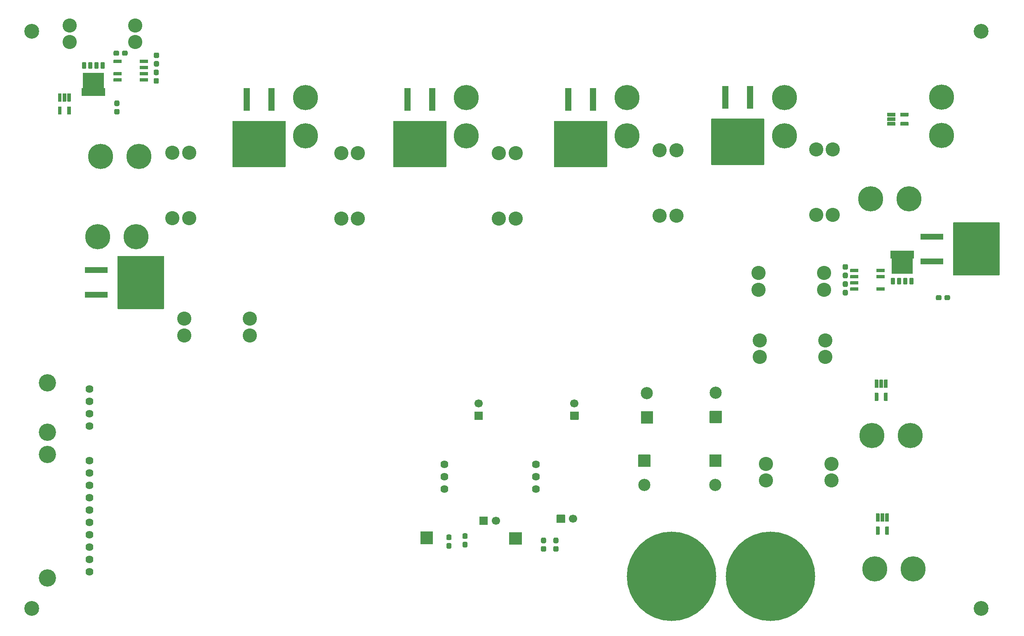
<source format=gbr>
%TF.GenerationSoftware,KiCad,Pcbnew,(5.1.8)-1*%
%TF.CreationDate,2020-11-29T21:51:29-06:00*%
%TF.ProjectId,PackVoltage_2021_Rev1,5061636b-566f-46c7-9461-67655f323032,rev?*%
%TF.SameCoordinates,Original*%
%TF.FileFunction,Soldermask,Bot*%
%TF.FilePolarity,Negative*%
%FSLAX46Y46*%
G04 Gerber Fmt 4.6, Leading zero omitted, Abs format (unit mm)*
G04 Created by KiCad (PCBNEW (5.1.8)-1) date 2020-11-29 21:51:29*
%MOMM*%
%LPD*%
G01*
G04 APERTURE LIST*
%ADD10C,2.919400*%
%ADD11C,3.046400*%
%ADD12C,1.624000*%
%ADD13C,3.550000*%
%ADD14C,1.700000*%
%ADD15C,0.100000*%
%ADD16C,2.500000*%
%ADD17C,5.180000*%
%ADD18C,18.388000*%
G04 APERTURE END LIST*
D10*
%TO.C,F10*%
X205232000Y-97790000D03*
X205232000Y-94361000D03*
X191770000Y-94361000D03*
X191770000Y-97790000D03*
%TD*%
D11*
%TO.C,REF\u002A\u002A*%
X42219880Y-149550120D03*
%TD*%
%TO.C,REF\u002A\u002A*%
X42219880Y-30789880D03*
%TD*%
%TO.C,REF\u002A\u002A*%
X237180120Y-30789880D03*
%TD*%
%TO.C,REF\u002A\u002A*%
X237180120Y-149550120D03*
%TD*%
D12*
%TO.C,U13*%
X145796000Y-124968000D03*
X145796000Y-122428000D03*
X145796000Y-119888000D03*
%TD*%
%TO.C,U12*%
X127000000Y-124968000D03*
X127000000Y-122428000D03*
X127000000Y-119888000D03*
%TD*%
D13*
%TO.C,Conn6*%
X45466000Y-113284000D03*
X45466000Y-103124000D03*
D12*
X54102000Y-112014000D03*
X54102000Y-109474000D03*
X54102000Y-106934000D03*
X54102000Y-104394000D03*
%TD*%
%TO.C,Conn5*%
X54102000Y-141986000D03*
X54102000Y-139446000D03*
X54102000Y-136906000D03*
X54102000Y-134366000D03*
X54102000Y-131826000D03*
D13*
X45466000Y-143256000D03*
X45466000Y-117856000D03*
D12*
X54102000Y-129286000D03*
X54102000Y-126746000D03*
X54102000Y-124206000D03*
X54102000Y-121666000D03*
X54102000Y-119126000D03*
%TD*%
D14*
%TO.C,C32*%
X153376000Y-131064000D03*
G36*
G01*
X150026000Y-131864000D02*
X150026000Y-130264000D01*
G75*
G02*
X150076000Y-130214000I50000J0D01*
G01*
X151676000Y-130214000D01*
G75*
G02*
X151726000Y-130264000I0J-50000D01*
G01*
X151726000Y-131864000D01*
G75*
G02*
X151676000Y-131914000I-50000J0D01*
G01*
X150076000Y-131914000D01*
G75*
G02*
X150026000Y-131864000I0J50000D01*
G01*
G37*
%TD*%
%TO.C,C31*%
X137501000Y-131445000D03*
G36*
G01*
X134151000Y-132245000D02*
X134151000Y-130645000D01*
G75*
G02*
X134201000Y-130595000I50000J0D01*
G01*
X135801000Y-130595000D01*
G75*
G02*
X135851000Y-130645000I0J-50000D01*
G01*
X135851000Y-132245000D01*
G75*
G02*
X135801000Y-132295000I-50000J0D01*
G01*
X134201000Y-132295000D01*
G75*
G02*
X134151000Y-132245000I0J50000D01*
G01*
G37*
%TD*%
%TO.C,C20*%
G36*
G01*
X147057500Y-136698000D02*
X147582500Y-136698000D01*
G75*
G02*
X147845000Y-136960500I0J-262500D01*
G01*
X147845000Y-137585500D01*
G75*
G02*
X147582500Y-137848000I-262500J0D01*
G01*
X147057500Y-137848000D01*
G75*
G02*
X146795000Y-137585500I0J262500D01*
G01*
X146795000Y-136960500D01*
G75*
G02*
X147057500Y-136698000I262500J0D01*
G01*
G37*
G36*
G01*
X147057500Y-134948000D02*
X147582500Y-134948000D01*
G75*
G02*
X147845000Y-135210500I0J-262500D01*
G01*
X147845000Y-135835500D01*
G75*
G02*
X147582500Y-136098000I-262500J0D01*
G01*
X147057500Y-136098000D01*
G75*
G02*
X146795000Y-135835500I0J262500D01*
G01*
X146795000Y-135210500D01*
G75*
G02*
X147057500Y-134948000I262500J0D01*
G01*
G37*
%TD*%
%TO.C,C19*%
G36*
G01*
X127626500Y-136063000D02*
X128151500Y-136063000D01*
G75*
G02*
X128414000Y-136325500I0J-262500D01*
G01*
X128414000Y-136950500D01*
G75*
G02*
X128151500Y-137213000I-262500J0D01*
G01*
X127626500Y-137213000D01*
G75*
G02*
X127364000Y-136950500I0J262500D01*
G01*
X127364000Y-136325500D01*
G75*
G02*
X127626500Y-136063000I262500J0D01*
G01*
G37*
G36*
G01*
X127626500Y-134313000D02*
X128151500Y-134313000D01*
G75*
G02*
X128414000Y-134575500I0J-262500D01*
G01*
X128414000Y-135200500D01*
G75*
G02*
X128151500Y-135463000I-262500J0D01*
G01*
X127626500Y-135463000D01*
G75*
G02*
X127364000Y-135200500I0J262500D01*
G01*
X127364000Y-134575500D01*
G75*
G02*
X127626500Y-134313000I262500J0D01*
G01*
G37*
%TD*%
%TO.C,C17*%
X153670000Y-107355000D03*
G36*
G01*
X154470000Y-110705000D02*
X152870000Y-110705000D01*
G75*
G02*
X152820000Y-110655000I0J50000D01*
G01*
X152820000Y-109055000D01*
G75*
G02*
X152870000Y-109005000I50000J0D01*
G01*
X154470000Y-109005000D01*
G75*
G02*
X154520000Y-109055000I0J-50000D01*
G01*
X154520000Y-110655000D01*
G75*
G02*
X154470000Y-110705000I-50000J0D01*
G01*
G37*
%TD*%
%TO.C,C16*%
X133985000Y-107355000D03*
G36*
G01*
X134785000Y-110705000D02*
X133185000Y-110705000D01*
G75*
G02*
X133135000Y-110655000I0J50000D01*
G01*
X133135000Y-109055000D01*
G75*
G02*
X133185000Y-109005000I50000J0D01*
G01*
X134785000Y-109005000D01*
G75*
G02*
X134835000Y-109055000I0J-50000D01*
G01*
X134835000Y-110655000D01*
G75*
G02*
X134785000Y-110705000I-50000J0D01*
G01*
G37*
%TD*%
%TO.C,U23*%
G36*
G01*
X215387000Y-102468000D02*
X216037000Y-102468000D01*
G75*
G02*
X216087000Y-102518000I0J-50000D01*
G01*
X216087000Y-104078000D01*
G75*
G02*
X216037000Y-104128000I-50000J0D01*
G01*
X215387000Y-104128000D01*
G75*
G02*
X215337000Y-104078000I0J50000D01*
G01*
X215337000Y-102518000D01*
G75*
G02*
X215387000Y-102468000I50000J0D01*
G01*
G37*
G36*
G01*
X216337000Y-102468000D02*
X216987000Y-102468000D01*
G75*
G02*
X217037000Y-102518000I0J-50000D01*
G01*
X217037000Y-104078000D01*
G75*
G02*
X216987000Y-104128000I-50000J0D01*
G01*
X216337000Y-104128000D01*
G75*
G02*
X216287000Y-104078000I0J50000D01*
G01*
X216287000Y-102518000D01*
G75*
G02*
X216337000Y-102468000I50000J0D01*
G01*
G37*
G36*
G01*
X217287000Y-102468000D02*
X217937000Y-102468000D01*
G75*
G02*
X217987000Y-102518000I0J-50000D01*
G01*
X217987000Y-104078000D01*
G75*
G02*
X217937000Y-104128000I-50000J0D01*
G01*
X217287000Y-104128000D01*
G75*
G02*
X217237000Y-104078000I0J50000D01*
G01*
X217237000Y-102518000D01*
G75*
G02*
X217287000Y-102468000I50000J0D01*
G01*
G37*
G36*
G01*
X217287000Y-105168000D02*
X217937000Y-105168000D01*
G75*
G02*
X217987000Y-105218000I0J-50000D01*
G01*
X217987000Y-106778000D01*
G75*
G02*
X217937000Y-106828000I-50000J0D01*
G01*
X217287000Y-106828000D01*
G75*
G02*
X217237000Y-106778000I0J50000D01*
G01*
X217237000Y-105218000D01*
G75*
G02*
X217287000Y-105168000I50000J0D01*
G01*
G37*
G36*
G01*
X215387000Y-105168000D02*
X216037000Y-105168000D01*
G75*
G02*
X216087000Y-105218000I0J-50000D01*
G01*
X216087000Y-106778000D01*
G75*
G02*
X216037000Y-106828000I-50000J0D01*
G01*
X215387000Y-106828000D01*
G75*
G02*
X215337000Y-106778000I0J50000D01*
G01*
X215337000Y-105218000D01*
G75*
G02*
X215387000Y-105168000I50000J0D01*
G01*
G37*
%TD*%
%TO.C,U19*%
G36*
G01*
X47645400Y-46290800D02*
X48295400Y-46290800D01*
G75*
G02*
X48345400Y-46340800I0J-50000D01*
G01*
X48345400Y-47900800D01*
G75*
G02*
X48295400Y-47950800I-50000J0D01*
G01*
X47645400Y-47950800D01*
G75*
G02*
X47595400Y-47900800I0J50000D01*
G01*
X47595400Y-46340800D01*
G75*
G02*
X47645400Y-46290800I50000J0D01*
G01*
G37*
G36*
G01*
X49545400Y-46290800D02*
X50195400Y-46290800D01*
G75*
G02*
X50245400Y-46340800I0J-50000D01*
G01*
X50245400Y-47900800D01*
G75*
G02*
X50195400Y-47950800I-50000J0D01*
G01*
X49545400Y-47950800D01*
G75*
G02*
X49495400Y-47900800I0J50000D01*
G01*
X49495400Y-46340800D01*
G75*
G02*
X49545400Y-46290800I50000J0D01*
G01*
G37*
G36*
G01*
X49545400Y-43590800D02*
X50195400Y-43590800D01*
G75*
G02*
X50245400Y-43640800I0J-50000D01*
G01*
X50245400Y-45200800D01*
G75*
G02*
X50195400Y-45250800I-50000J0D01*
G01*
X49545400Y-45250800D01*
G75*
G02*
X49495400Y-45200800I0J50000D01*
G01*
X49495400Y-43640800D01*
G75*
G02*
X49545400Y-43590800I50000J0D01*
G01*
G37*
G36*
G01*
X48595400Y-43590800D02*
X49245400Y-43590800D01*
G75*
G02*
X49295400Y-43640800I0J-50000D01*
G01*
X49295400Y-45200800D01*
G75*
G02*
X49245400Y-45250800I-50000J0D01*
G01*
X48595400Y-45250800D01*
G75*
G02*
X48545400Y-45200800I0J50000D01*
G01*
X48545400Y-43640800D01*
G75*
G02*
X48595400Y-43590800I50000J0D01*
G01*
G37*
G36*
G01*
X47645400Y-43590800D02*
X48295400Y-43590800D01*
G75*
G02*
X48345400Y-43640800I0J-50000D01*
G01*
X48345400Y-45200800D01*
G75*
G02*
X48295400Y-45250800I-50000J0D01*
G01*
X47645400Y-45250800D01*
G75*
G02*
X47595400Y-45200800I0J50000D01*
G01*
X47595400Y-43640800D01*
G75*
G02*
X47645400Y-43590800I50000J0D01*
G01*
G37*
%TD*%
%TO.C,U18*%
G36*
G01*
X215641000Y-129980000D02*
X216291000Y-129980000D01*
G75*
G02*
X216341000Y-130030000I0J-50000D01*
G01*
X216341000Y-131590000D01*
G75*
G02*
X216291000Y-131640000I-50000J0D01*
G01*
X215641000Y-131640000D01*
G75*
G02*
X215591000Y-131590000I0J50000D01*
G01*
X215591000Y-130030000D01*
G75*
G02*
X215641000Y-129980000I50000J0D01*
G01*
G37*
G36*
G01*
X216591000Y-129980000D02*
X217241000Y-129980000D01*
G75*
G02*
X217291000Y-130030000I0J-50000D01*
G01*
X217291000Y-131590000D01*
G75*
G02*
X217241000Y-131640000I-50000J0D01*
G01*
X216591000Y-131640000D01*
G75*
G02*
X216541000Y-131590000I0J50000D01*
G01*
X216541000Y-130030000D01*
G75*
G02*
X216591000Y-129980000I50000J0D01*
G01*
G37*
G36*
G01*
X217541000Y-129980000D02*
X218191000Y-129980000D01*
G75*
G02*
X218241000Y-130030000I0J-50000D01*
G01*
X218241000Y-131590000D01*
G75*
G02*
X218191000Y-131640000I-50000J0D01*
G01*
X217541000Y-131640000D01*
G75*
G02*
X217491000Y-131590000I0J50000D01*
G01*
X217491000Y-130030000D01*
G75*
G02*
X217541000Y-129980000I50000J0D01*
G01*
G37*
G36*
G01*
X217541000Y-132680000D02*
X218191000Y-132680000D01*
G75*
G02*
X218241000Y-132730000I0J-50000D01*
G01*
X218241000Y-134290000D01*
G75*
G02*
X218191000Y-134340000I-50000J0D01*
G01*
X217541000Y-134340000D01*
G75*
G02*
X217491000Y-134290000I0J50000D01*
G01*
X217491000Y-132730000D01*
G75*
G02*
X217541000Y-132680000I50000J0D01*
G01*
G37*
G36*
G01*
X215641000Y-132680000D02*
X216291000Y-132680000D01*
G75*
G02*
X216341000Y-132730000I0J-50000D01*
G01*
X216341000Y-134290000D01*
G75*
G02*
X216291000Y-134340000I-50000J0D01*
G01*
X215641000Y-134340000D01*
G75*
G02*
X215591000Y-134290000I0J50000D01*
G01*
X215591000Y-132730000D01*
G75*
G02*
X215641000Y-132680000I50000J0D01*
G01*
G37*
%TD*%
%TO.C,R22*%
G36*
G01*
X59854201Y-87880200D02*
X59854201Y-77080200D01*
G75*
G02*
X59904201Y-77030200I50000J0D01*
G01*
X69304199Y-77030200D01*
G75*
G02*
X69354199Y-77080200I0J-50000D01*
G01*
X69354199Y-87880200D01*
G75*
G02*
X69304199Y-87930200I-50000J0D01*
G01*
X59904201Y-87930200D01*
G75*
G02*
X59854201Y-87880200I0J50000D01*
G01*
G37*
G36*
G01*
X53104200Y-80490200D02*
X53104200Y-79390200D01*
G75*
G02*
X53154200Y-79340200I50000J0D01*
G01*
X57754200Y-79340200D01*
G75*
G02*
X57804200Y-79390200I0J-50000D01*
G01*
X57804200Y-80490200D01*
G75*
G02*
X57754200Y-80540200I-50000J0D01*
G01*
X53154200Y-80540200D01*
G75*
G02*
X53104200Y-80490200I0J50000D01*
G01*
G37*
G36*
G01*
X53104200Y-85570200D02*
X53104200Y-84470200D01*
G75*
G02*
X53154200Y-84420200I50000J0D01*
G01*
X57754200Y-84420200D01*
G75*
G02*
X57804200Y-84470200I0J-50000D01*
G01*
X57804200Y-85570200D01*
G75*
G02*
X57754200Y-85620200I-50000J0D01*
G01*
X53154200Y-85620200D01*
G75*
G02*
X53104200Y-85570200I0J50000D01*
G01*
G37*
%TD*%
D15*
%TO.C,Q8*%
G36*
X57282655Y-44085856D02*
G01*
X57278672Y-44098988D01*
X57272203Y-44111090D01*
X57263497Y-44121697D01*
X57252890Y-44130403D01*
X57240788Y-44136872D01*
X57227656Y-44140855D01*
X57214000Y-44142200D01*
X52514000Y-44142200D01*
X52500344Y-44140855D01*
X52487212Y-44136872D01*
X52475110Y-44130403D01*
X52464503Y-44121697D01*
X52455797Y-44111090D01*
X52449328Y-44098988D01*
X52445345Y-44085856D01*
X52444000Y-44072200D01*
X52444000Y-42522200D01*
X52445345Y-42508544D01*
X52449328Y-42495412D01*
X52455797Y-42483310D01*
X52464503Y-42472703D01*
X52475110Y-42463997D01*
X52487212Y-42457528D01*
X52500344Y-42453545D01*
X52514000Y-42452200D01*
X52694000Y-42452200D01*
X52694000Y-39447200D01*
X52695345Y-39433544D01*
X52699328Y-39420412D01*
X52705797Y-39408310D01*
X52714503Y-39397703D01*
X52725110Y-39388997D01*
X52737212Y-39382528D01*
X52750344Y-39378545D01*
X52764000Y-39377200D01*
X56964000Y-39377200D01*
X56977656Y-39378545D01*
X56990788Y-39382528D01*
X57002890Y-39388997D01*
X57013497Y-39397703D01*
X57022203Y-39408310D01*
X57028672Y-39420412D01*
X57032655Y-39433544D01*
X57034000Y-39447200D01*
X57034000Y-42452200D01*
X57214000Y-42452200D01*
X57227656Y-42453545D01*
X57240788Y-42457528D01*
X57252890Y-42463997D01*
X57263497Y-42472703D01*
X57272203Y-42483310D01*
X57278672Y-42495412D01*
X57282655Y-42508544D01*
X57284000Y-42522200D01*
X57284000Y-44072200D01*
X57282655Y-44085856D01*
G37*
G36*
G01*
X56354000Y-38402200D02*
X56354000Y-37252200D01*
G75*
G02*
X56424000Y-37182200I70000J0D01*
G01*
X57124000Y-37182200D01*
G75*
G02*
X57194000Y-37252200I0J-70000D01*
G01*
X57194000Y-38402200D01*
G75*
G02*
X57124000Y-38472200I-70000J0D01*
G01*
X56424000Y-38472200D01*
G75*
G02*
X56354000Y-38402200I0J70000D01*
G01*
G37*
G36*
G01*
X55084000Y-38402200D02*
X55084000Y-37252200D01*
G75*
G02*
X55154000Y-37182200I70000J0D01*
G01*
X55854000Y-37182200D01*
G75*
G02*
X55924000Y-37252200I0J-70000D01*
G01*
X55924000Y-38402200D01*
G75*
G02*
X55854000Y-38472200I-70000J0D01*
G01*
X55154000Y-38472200D01*
G75*
G02*
X55084000Y-38402200I0J70000D01*
G01*
G37*
G36*
G01*
X52534000Y-38402200D02*
X52534000Y-37252200D01*
G75*
G02*
X52604000Y-37182200I70000J0D01*
G01*
X53304000Y-37182200D01*
G75*
G02*
X53374000Y-37252200I0J-70000D01*
G01*
X53374000Y-38402200D01*
G75*
G02*
X53304000Y-38472200I-70000J0D01*
G01*
X52604000Y-38472200D01*
G75*
G02*
X52534000Y-38402200I0J70000D01*
G01*
G37*
G36*
G01*
X53804000Y-38402200D02*
X53804000Y-37252200D01*
G75*
G02*
X53874000Y-37182200I70000J0D01*
G01*
X54574000Y-37182200D01*
G75*
G02*
X54644000Y-37252200I0J-70000D01*
G01*
X54644000Y-38402200D01*
G75*
G02*
X54574000Y-38472200I-70000J0D01*
G01*
X53874000Y-38472200D01*
G75*
G02*
X53804000Y-38402200I0J70000D01*
G01*
G37*
%TD*%
%TO.C,R12*%
G36*
G01*
X181798000Y-48790001D02*
X192598000Y-48790001D01*
G75*
G02*
X192648000Y-48840001I0J-50000D01*
G01*
X192648000Y-58239999D01*
G75*
G02*
X192598000Y-58289999I-50000J0D01*
G01*
X181798000Y-58289999D01*
G75*
G02*
X181748000Y-58239999I0J50000D01*
G01*
X181748000Y-48840001D01*
G75*
G02*
X181798000Y-48790001I50000J0D01*
G01*
G37*
G36*
G01*
X189188000Y-42040000D02*
X190288000Y-42040000D01*
G75*
G02*
X190338000Y-42090000I0J-50000D01*
G01*
X190338000Y-46690000D01*
G75*
G02*
X190288000Y-46740000I-50000J0D01*
G01*
X189188000Y-46740000D01*
G75*
G02*
X189138000Y-46690000I0J50000D01*
G01*
X189138000Y-42090000D01*
G75*
G02*
X189188000Y-42040000I50000J0D01*
G01*
G37*
G36*
G01*
X184108000Y-42040000D02*
X185208000Y-42040000D01*
G75*
G02*
X185258000Y-42090000I0J-50000D01*
G01*
X185258000Y-46690000D01*
G75*
G02*
X185208000Y-46740000I-50000J0D01*
G01*
X184108000Y-46740000D01*
G75*
G02*
X184058000Y-46690000I0J50000D01*
G01*
X184058000Y-42090000D01*
G75*
G02*
X184108000Y-42040000I50000J0D01*
G01*
G37*
%TD*%
D16*
%TO.C,C4*%
X168554400Y-105236000D03*
G36*
G01*
X169754400Y-111486000D02*
X167354400Y-111486000D01*
G75*
G02*
X167304400Y-111436000I0J50000D01*
G01*
X167304400Y-109036000D01*
G75*
G02*
X167354400Y-108986000I50000J0D01*
G01*
X169754400Y-108986000D01*
G75*
G02*
X169804400Y-109036000I0J-50000D01*
G01*
X169804400Y-111436000D01*
G75*
G02*
X169754400Y-111486000I-50000J0D01*
G01*
G37*
%TD*%
%TO.C,C3*%
X168021000Y-124126000D03*
G36*
G01*
X166821000Y-117876000D02*
X169221000Y-117876000D01*
G75*
G02*
X169271000Y-117926000I0J-50000D01*
G01*
X169271000Y-120326000D01*
G75*
G02*
X169221000Y-120376000I-50000J0D01*
G01*
X166821000Y-120376000D01*
G75*
G02*
X166771000Y-120326000I0J50000D01*
G01*
X166771000Y-117926000D01*
G75*
G02*
X166821000Y-117876000I50000J0D01*
G01*
G37*
%TD*%
%TO.C,C2*%
X182626000Y-124126000D03*
G36*
G01*
X181426000Y-117876000D02*
X183826000Y-117876000D01*
G75*
G02*
X183876000Y-117926000I0J-50000D01*
G01*
X183876000Y-120326000D01*
G75*
G02*
X183826000Y-120376000I-50000J0D01*
G01*
X181426000Y-120376000D01*
G75*
G02*
X181376000Y-120326000I0J50000D01*
G01*
X181376000Y-117926000D01*
G75*
G02*
X181426000Y-117876000I50000J0D01*
G01*
G37*
%TD*%
%TO.C,C1*%
X182676800Y-105134400D03*
G36*
G01*
X183876800Y-111384400D02*
X181476800Y-111384400D01*
G75*
G02*
X181426800Y-111334400I0J50000D01*
G01*
X181426800Y-108934400D01*
G75*
G02*
X181476800Y-108884400I50000J0D01*
G01*
X183876800Y-108884400D01*
G75*
G02*
X183926800Y-108934400I0J-50000D01*
G01*
X183926800Y-111334400D01*
G75*
G02*
X183876800Y-111384400I-50000J0D01*
G01*
G37*
%TD*%
D17*
%TO.C,Conn12*%
X229108000Y-52197000D03*
X229108000Y-44323000D03*
%TD*%
%TO.C,Conn11*%
X222631000Y-113919000D03*
X214757000Y-113919000D03*
%TD*%
%TO.C,Conn8*%
X223266000Y-141351000D03*
X215392000Y-141351000D03*
%TD*%
%TO.C,Conn4*%
X63627000Y-73025000D03*
X55753000Y-73025000D03*
%TD*%
%TO.C,Conn3*%
X131445000Y-52324000D03*
X131445000Y-44450000D03*
%TD*%
%TO.C,Conn2*%
X64262000Y-56515000D03*
X56388000Y-56515000D03*
%TD*%
%TO.C,C23*%
G36*
G01*
X68080500Y-36326800D02*
X67555500Y-36326800D01*
G75*
G02*
X67293000Y-36064300I0J262500D01*
G01*
X67293000Y-35439300D01*
G75*
G02*
X67555500Y-35176800I262500J0D01*
G01*
X68080500Y-35176800D01*
G75*
G02*
X68343000Y-35439300I0J-262500D01*
G01*
X68343000Y-36064300D01*
G75*
G02*
X68080500Y-36326800I-262500J0D01*
G01*
G37*
G36*
G01*
X68080500Y-38076800D02*
X67555500Y-38076800D01*
G75*
G02*
X67293000Y-37814300I0J262500D01*
G01*
X67293000Y-37189300D01*
G75*
G02*
X67555500Y-36926800I262500J0D01*
G01*
X68080500Y-36926800D01*
G75*
G02*
X68343000Y-37189300I0J-262500D01*
G01*
X68343000Y-37814300D01*
G75*
G02*
X68080500Y-38076800I-262500J0D01*
G01*
G37*
%TD*%
%TO.C,C26*%
G36*
G01*
X60752000Y-35568500D02*
X60752000Y-35043500D01*
G75*
G02*
X61014500Y-34781000I262500J0D01*
G01*
X61639500Y-34781000D01*
G75*
G02*
X61902000Y-35043500I0J-262500D01*
G01*
X61902000Y-35568500D01*
G75*
G02*
X61639500Y-35831000I-262500J0D01*
G01*
X61014500Y-35831000D01*
G75*
G02*
X60752000Y-35568500I0J262500D01*
G01*
G37*
G36*
G01*
X59002000Y-35568500D02*
X59002000Y-35043500D01*
G75*
G02*
X59264500Y-34781000I262500J0D01*
G01*
X59889500Y-34781000D01*
G75*
G02*
X60152000Y-35043500I0J-262500D01*
G01*
X60152000Y-35568500D01*
G75*
G02*
X59889500Y-35831000I-262500J0D01*
G01*
X59264500Y-35831000D01*
G75*
G02*
X59002000Y-35568500I0J262500D01*
G01*
G37*
%TD*%
D10*
%TO.C,F6*%
X86995000Y-89916000D03*
X86995000Y-93345000D03*
X73533000Y-93345000D03*
X73533000Y-89916000D03*
%TD*%
%TO.C,F7*%
X206502000Y-123190000D03*
X206502000Y-119761000D03*
X193040000Y-119761000D03*
X193040000Y-123190000D03*
%TD*%
%TO.C,F8*%
X50038000Y-33020000D03*
X50038000Y-29591000D03*
X63500000Y-29591000D03*
X63500000Y-33020000D03*
%TD*%
D18*
%TO.C,GND1*%
X173609000Y-142875000D03*
%TD*%
%TO.C,J3V1*%
G36*
G01*
X122017000Y-136251000D02*
X122017000Y-133751000D01*
G75*
G02*
X122067000Y-133701000I50000J0D01*
G01*
X124567000Y-133701000D01*
G75*
G02*
X124617000Y-133751000I0J-50000D01*
G01*
X124617000Y-136251000D01*
G75*
G02*
X124567000Y-136301000I-50000J0D01*
G01*
X122067000Y-136301000D01*
G75*
G02*
X122017000Y-136251000I0J50000D01*
G01*
G37*
%TD*%
%TO.C,J5V1*%
G36*
G01*
X140291500Y-133828000D02*
X142791500Y-133828000D01*
G75*
G02*
X142841500Y-133878000I0J-50000D01*
G01*
X142841500Y-136378000D01*
G75*
G02*
X142791500Y-136428000I-50000J0D01*
G01*
X140291500Y-136428000D01*
G75*
G02*
X140241500Y-136378000I0J50000D01*
G01*
X140241500Y-133878000D01*
G75*
G02*
X140291500Y-133828000I50000J0D01*
G01*
G37*
%TD*%
%TO.C,R17*%
G36*
G01*
X150122500Y-136098000D02*
X149597500Y-136098000D01*
G75*
G02*
X149335000Y-135835500I0J262500D01*
G01*
X149335000Y-135210500D01*
G75*
G02*
X149597500Y-134948000I262500J0D01*
G01*
X150122500Y-134948000D01*
G75*
G02*
X150385000Y-135210500I0J-262500D01*
G01*
X150385000Y-135835500D01*
G75*
G02*
X150122500Y-136098000I-262500J0D01*
G01*
G37*
G36*
G01*
X150122500Y-137848000D02*
X149597500Y-137848000D01*
G75*
G02*
X149335000Y-137585500I0J262500D01*
G01*
X149335000Y-136960500D01*
G75*
G02*
X149597500Y-136698000I262500J0D01*
G01*
X150122500Y-136698000D01*
G75*
G02*
X150385000Y-136960500I0J-262500D01*
G01*
X150385000Y-137585500D01*
G75*
G02*
X150122500Y-137848000I-262500J0D01*
G01*
G37*
%TD*%
%TO.C,R18*%
G36*
G01*
X131453500Y-135209000D02*
X130928500Y-135209000D01*
G75*
G02*
X130666000Y-134946500I0J262500D01*
G01*
X130666000Y-134321500D01*
G75*
G02*
X130928500Y-134059000I262500J0D01*
G01*
X131453500Y-134059000D01*
G75*
G02*
X131716000Y-134321500I0J-262500D01*
G01*
X131716000Y-134946500D01*
G75*
G02*
X131453500Y-135209000I-262500J0D01*
G01*
G37*
G36*
G01*
X131453500Y-136959000D02*
X130928500Y-136959000D01*
G75*
G02*
X130666000Y-136696500I0J262500D01*
G01*
X130666000Y-136071500D01*
G75*
G02*
X130928500Y-135809000I262500J0D01*
G01*
X131453500Y-135809000D01*
G75*
G02*
X131716000Y-136071500I0J-262500D01*
G01*
X131716000Y-136696500D01*
G75*
G02*
X131453500Y-136959000I-262500J0D01*
G01*
G37*
%TD*%
%TO.C,R21*%
G36*
G01*
X67504700Y-40432000D02*
X68029700Y-40432000D01*
G75*
G02*
X68292200Y-40694500I0J-262500D01*
G01*
X68292200Y-41319500D01*
G75*
G02*
X68029700Y-41582000I-262500J0D01*
G01*
X67504700Y-41582000D01*
G75*
G02*
X67242200Y-41319500I0J262500D01*
G01*
X67242200Y-40694500D01*
G75*
G02*
X67504700Y-40432000I262500J0D01*
G01*
G37*
G36*
G01*
X67504700Y-38682000D02*
X68029700Y-38682000D01*
G75*
G02*
X68292200Y-38944500I0J-262500D01*
G01*
X68292200Y-39569500D01*
G75*
G02*
X68029700Y-39832000I-262500J0D01*
G01*
X67504700Y-39832000D01*
G75*
G02*
X67242200Y-39569500I0J262500D01*
G01*
X67242200Y-38944500D01*
G75*
G02*
X67504700Y-38682000I262500J0D01*
G01*
G37*
%TD*%
%TO.C,R27*%
G36*
G01*
X59427500Y-46782000D02*
X59952500Y-46782000D01*
G75*
G02*
X60215000Y-47044500I0J-262500D01*
G01*
X60215000Y-47669500D01*
G75*
G02*
X59952500Y-47932000I-262500J0D01*
G01*
X59427500Y-47932000D01*
G75*
G02*
X59165000Y-47669500I0J262500D01*
G01*
X59165000Y-47044500D01*
G75*
G02*
X59427500Y-46782000I262500J0D01*
G01*
G37*
G36*
G01*
X59427500Y-45032000D02*
X59952500Y-45032000D01*
G75*
G02*
X60215000Y-45294500I0J-262500D01*
G01*
X60215000Y-45919500D01*
G75*
G02*
X59952500Y-46182000I-262500J0D01*
G01*
X59427500Y-46182000D01*
G75*
G02*
X59165000Y-45919500I0J262500D01*
G01*
X59165000Y-45294500D01*
G75*
G02*
X59427500Y-45032000I262500J0D01*
G01*
G37*
%TD*%
%TO.C,U16*%
G36*
G01*
X60659800Y-36707800D02*
X60659800Y-37307800D01*
G75*
G02*
X60609800Y-37357800I-50000J0D01*
G01*
X59059800Y-37357800D01*
G75*
G02*
X59009800Y-37307800I0J50000D01*
G01*
X59009800Y-36707800D01*
G75*
G02*
X59059800Y-36657800I50000J0D01*
G01*
X60609800Y-36657800D01*
G75*
G02*
X60659800Y-36707800I0J-50000D01*
G01*
G37*
G36*
G01*
X60659800Y-39247800D02*
X60659800Y-39847800D01*
G75*
G02*
X60609800Y-39897800I-50000J0D01*
G01*
X59059800Y-39897800D01*
G75*
G02*
X59009800Y-39847800I0J50000D01*
G01*
X59009800Y-39247800D01*
G75*
G02*
X59059800Y-39197800I50000J0D01*
G01*
X60609800Y-39197800D01*
G75*
G02*
X60659800Y-39247800I0J-50000D01*
G01*
G37*
G36*
G01*
X60659800Y-40517800D02*
X60659800Y-41117800D01*
G75*
G02*
X60609800Y-41167800I-50000J0D01*
G01*
X59059800Y-41167800D01*
G75*
G02*
X59009800Y-41117800I0J50000D01*
G01*
X59009800Y-40517800D01*
G75*
G02*
X59059800Y-40467800I50000J0D01*
G01*
X60609800Y-40467800D01*
G75*
G02*
X60659800Y-40517800I0J-50000D01*
G01*
G37*
G36*
G01*
X66059800Y-40517800D02*
X66059800Y-41117800D01*
G75*
G02*
X66009800Y-41167800I-50000J0D01*
G01*
X64459800Y-41167800D01*
G75*
G02*
X64409800Y-41117800I0J50000D01*
G01*
X64409800Y-40517800D01*
G75*
G02*
X64459800Y-40467800I50000J0D01*
G01*
X66009800Y-40467800D01*
G75*
G02*
X66059800Y-40517800I0J-50000D01*
G01*
G37*
G36*
G01*
X66059800Y-39247800D02*
X66059800Y-39847800D01*
G75*
G02*
X66009800Y-39897800I-50000J0D01*
G01*
X64459800Y-39897800D01*
G75*
G02*
X64409800Y-39847800I0J50000D01*
G01*
X64409800Y-39247800D01*
G75*
G02*
X64459800Y-39197800I50000J0D01*
G01*
X66009800Y-39197800D01*
G75*
G02*
X66059800Y-39247800I0J-50000D01*
G01*
G37*
G36*
G01*
X66059800Y-37977800D02*
X66059800Y-38577800D01*
G75*
G02*
X66009800Y-38627800I-50000J0D01*
G01*
X64459800Y-38627800D01*
G75*
G02*
X64409800Y-38577800I0J50000D01*
G01*
X64409800Y-37977800D01*
G75*
G02*
X64459800Y-37927800I50000J0D01*
G01*
X66009800Y-37927800D01*
G75*
G02*
X66059800Y-37977800I0J-50000D01*
G01*
G37*
G36*
G01*
X66059800Y-36707800D02*
X66059800Y-37307800D01*
G75*
G02*
X66009800Y-37357800I-50000J0D01*
G01*
X64459800Y-37357800D01*
G75*
G02*
X64409800Y-37307800I0J50000D01*
G01*
X64409800Y-36707800D01*
G75*
G02*
X64459800Y-36657800I50000J0D01*
G01*
X66009800Y-36657800D01*
G75*
G02*
X66059800Y-36707800I0J-50000D01*
G01*
G37*
%TD*%
%TO.C,V1*%
X193929000Y-142875000D03*
%TD*%
D10*
%TO.C,F4*%
X174625000Y-68707000D03*
X171196000Y-68707000D03*
X171196000Y-55245000D03*
X174625000Y-55245000D03*
%TD*%
D17*
%TO.C,Conn7*%
X164465000Y-52324000D03*
X164465000Y-44450000D03*
%TD*%
D10*
%TO.C,F2*%
X141605000Y-69342000D03*
X138176000Y-69342000D03*
X138176000Y-55880000D03*
X141605000Y-55880000D03*
%TD*%
%TO.C,R5*%
G36*
G01*
X149540000Y-49225001D02*
X160340000Y-49225001D01*
G75*
G02*
X160390000Y-49275001I0J-50000D01*
G01*
X160390000Y-58674999D01*
G75*
G02*
X160340000Y-58724999I-50000J0D01*
G01*
X149540000Y-58724999D01*
G75*
G02*
X149490000Y-58674999I0J50000D01*
G01*
X149490000Y-49275001D01*
G75*
G02*
X149540000Y-49225001I50000J0D01*
G01*
G37*
G36*
G01*
X156930000Y-42475000D02*
X158030000Y-42475000D01*
G75*
G02*
X158080000Y-42525000I0J-50000D01*
G01*
X158080000Y-47125000D01*
G75*
G02*
X158030000Y-47175000I-50000J0D01*
G01*
X156930000Y-47175000D01*
G75*
G02*
X156880000Y-47125000I0J50000D01*
G01*
X156880000Y-42525000D01*
G75*
G02*
X156930000Y-42475000I50000J0D01*
G01*
G37*
G36*
G01*
X151850000Y-42475000D02*
X152950000Y-42475000D01*
G75*
G02*
X153000000Y-42525000I0J-50000D01*
G01*
X153000000Y-47125000D01*
G75*
G02*
X152950000Y-47175000I-50000J0D01*
G01*
X151850000Y-47175000D01*
G75*
G02*
X151800000Y-47125000I0J50000D01*
G01*
X151800000Y-42525000D01*
G75*
G02*
X151850000Y-42475000I50000J0D01*
G01*
G37*
%TD*%
%TO.C,F1*%
X109220000Y-69342000D03*
X105791000Y-69342000D03*
X105791000Y-55880000D03*
X109220000Y-55880000D03*
%TD*%
%TO.C,R4*%
G36*
G01*
X116520000Y-49225001D02*
X127320000Y-49225001D01*
G75*
G02*
X127370000Y-49275001I0J-50000D01*
G01*
X127370000Y-58674999D01*
G75*
G02*
X127320000Y-58724999I-50000J0D01*
G01*
X116520000Y-58724999D01*
G75*
G02*
X116470000Y-58674999I0J50000D01*
G01*
X116470000Y-49275001D01*
G75*
G02*
X116520000Y-49225001I50000J0D01*
G01*
G37*
G36*
G01*
X123910000Y-42475000D02*
X125010000Y-42475000D01*
G75*
G02*
X125060000Y-42525000I0J-50000D01*
G01*
X125060000Y-47125000D01*
G75*
G02*
X125010000Y-47175000I-50000J0D01*
G01*
X123910000Y-47175000D01*
G75*
G02*
X123860000Y-47125000I0J50000D01*
G01*
X123860000Y-42525000D01*
G75*
G02*
X123910000Y-42475000I50000J0D01*
G01*
G37*
G36*
G01*
X118830000Y-42475000D02*
X119930000Y-42475000D01*
G75*
G02*
X119980000Y-42525000I0J-50000D01*
G01*
X119980000Y-47125000D01*
G75*
G02*
X119930000Y-47175000I-50000J0D01*
G01*
X118830000Y-47175000D01*
G75*
G02*
X118780000Y-47125000I0J50000D01*
G01*
X118780000Y-42525000D01*
G75*
G02*
X118830000Y-42475000I50000J0D01*
G01*
G37*
%TD*%
D17*
%TO.C,Conn1*%
X98425000Y-52324000D03*
X98425000Y-44450000D03*
%TD*%
D10*
%TO.C,F3*%
X74549000Y-69215000D03*
X71120000Y-69215000D03*
X71120000Y-55753000D03*
X74549000Y-55753000D03*
%TD*%
%TO.C,R6*%
G36*
G01*
X83500000Y-49225001D02*
X94300000Y-49225001D01*
G75*
G02*
X94350000Y-49275001I0J-50000D01*
G01*
X94350000Y-58674999D01*
G75*
G02*
X94300000Y-58724999I-50000J0D01*
G01*
X83500000Y-58724999D01*
G75*
G02*
X83450000Y-58674999I0J50000D01*
G01*
X83450000Y-49275001D01*
G75*
G02*
X83500000Y-49225001I50000J0D01*
G01*
G37*
G36*
G01*
X90890000Y-42475000D02*
X91990000Y-42475000D01*
G75*
G02*
X92040000Y-42525000I0J-50000D01*
G01*
X92040000Y-47125000D01*
G75*
G02*
X91990000Y-47175000I-50000J0D01*
G01*
X90890000Y-47175000D01*
G75*
G02*
X90840000Y-47125000I0J50000D01*
G01*
X90840000Y-42525000D01*
G75*
G02*
X90890000Y-42475000I50000J0D01*
G01*
G37*
G36*
G01*
X85810000Y-42475000D02*
X86910000Y-42475000D01*
G75*
G02*
X86960000Y-42525000I0J-50000D01*
G01*
X86960000Y-47125000D01*
G75*
G02*
X86910000Y-47175000I-50000J0D01*
G01*
X85810000Y-47175000D01*
G75*
G02*
X85760000Y-47125000I0J50000D01*
G01*
X85760000Y-42525000D01*
G75*
G02*
X85810000Y-42475000I50000J0D01*
G01*
G37*
%TD*%
D17*
%TO.C,Conn9*%
X196850000Y-52324000D03*
X196850000Y-44450000D03*
%TD*%
D10*
%TO.C,F5*%
X206756000Y-68580000D03*
X203327000Y-68580000D03*
X203327000Y-55118000D03*
X206756000Y-55118000D03*
%TD*%
%TO.C,U10*%
G36*
G01*
X220611000Y-50170000D02*
X220611000Y-49520000D01*
G75*
G02*
X220661000Y-49470000I50000J0D01*
G01*
X222221000Y-49470000D01*
G75*
G02*
X222271000Y-49520000I0J-50000D01*
G01*
X222271000Y-50170000D01*
G75*
G02*
X222221000Y-50220000I-50000J0D01*
G01*
X220661000Y-50220000D01*
G75*
G02*
X220611000Y-50170000I0J50000D01*
G01*
G37*
G36*
G01*
X220611000Y-48270000D02*
X220611000Y-47620000D01*
G75*
G02*
X220661000Y-47570000I50000J0D01*
G01*
X222221000Y-47570000D01*
G75*
G02*
X222271000Y-47620000I0J-50000D01*
G01*
X222271000Y-48270000D01*
G75*
G02*
X222221000Y-48320000I-50000J0D01*
G01*
X220661000Y-48320000D01*
G75*
G02*
X220611000Y-48270000I0J50000D01*
G01*
G37*
G36*
G01*
X217911000Y-48270000D02*
X217911000Y-47620000D01*
G75*
G02*
X217961000Y-47570000I50000J0D01*
G01*
X219521000Y-47570000D01*
G75*
G02*
X219571000Y-47620000I0J-50000D01*
G01*
X219571000Y-48270000D01*
G75*
G02*
X219521000Y-48320000I-50000J0D01*
G01*
X217961000Y-48320000D01*
G75*
G02*
X217911000Y-48270000I0J50000D01*
G01*
G37*
G36*
G01*
X217911000Y-49220000D02*
X217911000Y-48570000D01*
G75*
G02*
X217961000Y-48520000I50000J0D01*
G01*
X219521000Y-48520000D01*
G75*
G02*
X219571000Y-48570000I0J-50000D01*
G01*
X219571000Y-49220000D01*
G75*
G02*
X219521000Y-49270000I-50000J0D01*
G01*
X217961000Y-49270000D01*
G75*
G02*
X217911000Y-49220000I0J50000D01*
G01*
G37*
G36*
G01*
X217911000Y-50170000D02*
X217911000Y-49520000D01*
G75*
G02*
X217961000Y-49470000I50000J0D01*
G01*
X219521000Y-49470000D01*
G75*
G02*
X219571000Y-49520000I0J-50000D01*
G01*
X219571000Y-50170000D01*
G75*
G02*
X219521000Y-50220000I-50000J0D01*
G01*
X217961000Y-50220000D01*
G75*
G02*
X217911000Y-50170000I0J50000D01*
G01*
G37*
%TD*%
D17*
%TO.C,Conn10*%
X214503000Y-65278000D03*
X222377000Y-65278000D03*
%TD*%
%TO.C,C27*%
G36*
G01*
X209033500Y-83979000D02*
X209558500Y-83979000D01*
G75*
G02*
X209821000Y-84241500I0J-262500D01*
G01*
X209821000Y-84866500D01*
G75*
G02*
X209558500Y-85129000I-262500J0D01*
G01*
X209033500Y-85129000D01*
G75*
G02*
X208771000Y-84866500I0J262500D01*
G01*
X208771000Y-84241500D01*
G75*
G02*
X209033500Y-83979000I262500J0D01*
G01*
G37*
G36*
G01*
X209033500Y-82229000D02*
X209558500Y-82229000D01*
G75*
G02*
X209821000Y-82491500I0J-262500D01*
G01*
X209821000Y-83116500D01*
G75*
G02*
X209558500Y-83379000I-262500J0D01*
G01*
X209033500Y-83379000D01*
G75*
G02*
X208771000Y-83116500I0J262500D01*
G01*
X208771000Y-82491500D01*
G75*
G02*
X209033500Y-82229000I262500J0D01*
G01*
G37*
%TD*%
D15*
%TO.C,Q9*%
G36*
X218566345Y-75951344D02*
G01*
X218570328Y-75938212D01*
X218576797Y-75926110D01*
X218585503Y-75915503D01*
X218596110Y-75906797D01*
X218608212Y-75900328D01*
X218621344Y-75896345D01*
X218635000Y-75895000D01*
X223335000Y-75895000D01*
X223348656Y-75896345D01*
X223361788Y-75900328D01*
X223373890Y-75906797D01*
X223384497Y-75915503D01*
X223393203Y-75926110D01*
X223399672Y-75938212D01*
X223403655Y-75951344D01*
X223405000Y-75965000D01*
X223405000Y-77515000D01*
X223403655Y-77528656D01*
X223399672Y-77541788D01*
X223393203Y-77553890D01*
X223384497Y-77564497D01*
X223373890Y-77573203D01*
X223361788Y-77579672D01*
X223348656Y-77583655D01*
X223335000Y-77585000D01*
X223155000Y-77585000D01*
X223155000Y-80590000D01*
X223153655Y-80603656D01*
X223149672Y-80616788D01*
X223143203Y-80628890D01*
X223134497Y-80639497D01*
X223123890Y-80648203D01*
X223111788Y-80654672D01*
X223098656Y-80658655D01*
X223085000Y-80660000D01*
X218885000Y-80660000D01*
X218871344Y-80658655D01*
X218858212Y-80654672D01*
X218846110Y-80648203D01*
X218835503Y-80639497D01*
X218826797Y-80628890D01*
X218820328Y-80616788D01*
X218816345Y-80603656D01*
X218815000Y-80590000D01*
X218815000Y-77585000D01*
X218635000Y-77585000D01*
X218621344Y-77583655D01*
X218608212Y-77579672D01*
X218596110Y-77573203D01*
X218585503Y-77564497D01*
X218576797Y-77553890D01*
X218570328Y-77541788D01*
X218566345Y-77528656D01*
X218565000Y-77515000D01*
X218565000Y-75965000D01*
X218566345Y-75951344D01*
G37*
G36*
G01*
X219495000Y-81635000D02*
X219495000Y-82785000D01*
G75*
G02*
X219425000Y-82855000I-70000J0D01*
G01*
X218725000Y-82855000D01*
G75*
G02*
X218655000Y-82785000I0J70000D01*
G01*
X218655000Y-81635000D01*
G75*
G02*
X218725000Y-81565000I70000J0D01*
G01*
X219425000Y-81565000D01*
G75*
G02*
X219495000Y-81635000I0J-70000D01*
G01*
G37*
G36*
G01*
X220765000Y-81635000D02*
X220765000Y-82785000D01*
G75*
G02*
X220695000Y-82855000I-70000J0D01*
G01*
X219995000Y-82855000D01*
G75*
G02*
X219925000Y-82785000I0J70000D01*
G01*
X219925000Y-81635000D01*
G75*
G02*
X219995000Y-81565000I70000J0D01*
G01*
X220695000Y-81565000D01*
G75*
G02*
X220765000Y-81635000I0J-70000D01*
G01*
G37*
G36*
G01*
X223315000Y-81635000D02*
X223315000Y-82785000D01*
G75*
G02*
X223245000Y-82855000I-70000J0D01*
G01*
X222545000Y-82855000D01*
G75*
G02*
X222475000Y-82785000I0J70000D01*
G01*
X222475000Y-81635000D01*
G75*
G02*
X222545000Y-81565000I70000J0D01*
G01*
X223245000Y-81565000D01*
G75*
G02*
X223315000Y-81635000I0J-70000D01*
G01*
G37*
G36*
G01*
X222045000Y-81635000D02*
X222045000Y-82785000D01*
G75*
G02*
X221975000Y-82855000I-70000J0D01*
G01*
X221275000Y-82855000D01*
G75*
G02*
X221205000Y-82785000I0J70000D01*
G01*
X221205000Y-81635000D01*
G75*
G02*
X221275000Y-81565000I70000J0D01*
G01*
X221975000Y-81565000D01*
G75*
G02*
X222045000Y-81635000I0J-70000D01*
G01*
G37*
%TD*%
%TO.C,R28*%
G36*
G01*
X209558500Y-79851000D02*
X209033500Y-79851000D01*
G75*
G02*
X208771000Y-79588500I0J262500D01*
G01*
X208771000Y-78963500D01*
G75*
G02*
X209033500Y-78701000I262500J0D01*
G01*
X209558500Y-78701000D01*
G75*
G02*
X209821000Y-78963500I0J-262500D01*
G01*
X209821000Y-79588500D01*
G75*
G02*
X209558500Y-79851000I-262500J0D01*
G01*
G37*
G36*
G01*
X209558500Y-81601000D02*
X209033500Y-81601000D01*
G75*
G02*
X208771000Y-81338500I0J262500D01*
G01*
X208771000Y-80713500D01*
G75*
G02*
X209033500Y-80451000I262500J0D01*
G01*
X209558500Y-80451000D01*
G75*
G02*
X209821000Y-80713500I0J-262500D01*
G01*
X209821000Y-81338500D01*
G75*
G02*
X209558500Y-81601000I-262500J0D01*
G01*
G37*
%TD*%
%TO.C,R30*%
G36*
G01*
X231470001Y-80965000D02*
X231470001Y-70165000D01*
G75*
G02*
X231520001Y-70115000I50000J0D01*
G01*
X240919999Y-70115000D01*
G75*
G02*
X240969999Y-70165000I0J-50000D01*
G01*
X240969999Y-80965000D01*
G75*
G02*
X240919999Y-81015000I-50000J0D01*
G01*
X231520001Y-81015000D01*
G75*
G02*
X231470001Y-80965000I0J50000D01*
G01*
G37*
G36*
G01*
X224720000Y-73575000D02*
X224720000Y-72475000D01*
G75*
G02*
X224770000Y-72425000I50000J0D01*
G01*
X229370000Y-72425000D01*
G75*
G02*
X229420000Y-72475000I0J-50000D01*
G01*
X229420000Y-73575000D01*
G75*
G02*
X229370000Y-73625000I-50000J0D01*
G01*
X224770000Y-73625000D01*
G75*
G02*
X224720000Y-73575000I0J50000D01*
G01*
G37*
G36*
G01*
X224720000Y-78655000D02*
X224720000Y-77555000D01*
G75*
G02*
X224770000Y-77505000I50000J0D01*
G01*
X229370000Y-77505000D01*
G75*
G02*
X229420000Y-77555000I0J-50000D01*
G01*
X229420000Y-78655000D01*
G75*
G02*
X229370000Y-78705000I-50000J0D01*
G01*
X224770000Y-78705000D01*
G75*
G02*
X224720000Y-78655000I0J50000D01*
G01*
G37*
%TD*%
%TO.C,C29*%
G36*
G01*
X229662000Y-85860500D02*
X229662000Y-85335500D01*
G75*
G02*
X229924500Y-85073000I262500J0D01*
G01*
X230549500Y-85073000D01*
G75*
G02*
X230812000Y-85335500I0J-262500D01*
G01*
X230812000Y-85860500D01*
G75*
G02*
X230549500Y-86123000I-262500J0D01*
G01*
X229924500Y-86123000D01*
G75*
G02*
X229662000Y-85860500I0J262500D01*
G01*
G37*
G36*
G01*
X227912000Y-85860500D02*
X227912000Y-85335500D01*
G75*
G02*
X228174500Y-85073000I262500J0D01*
G01*
X228799500Y-85073000D01*
G75*
G02*
X229062000Y-85335500I0J-262500D01*
G01*
X229062000Y-85860500D01*
G75*
G02*
X228799500Y-86123000I-262500J0D01*
G01*
X228174500Y-86123000D01*
G75*
G02*
X227912000Y-85860500I0J262500D01*
G01*
G37*
%TD*%
%TO.C,U20*%
G36*
G01*
X215710000Y-84120000D02*
X215710000Y-83520000D01*
G75*
G02*
X215760000Y-83470000I50000J0D01*
G01*
X217310000Y-83470000D01*
G75*
G02*
X217360000Y-83520000I0J-50000D01*
G01*
X217360000Y-84120000D01*
G75*
G02*
X217310000Y-84170000I-50000J0D01*
G01*
X215760000Y-84170000D01*
G75*
G02*
X215710000Y-84120000I0J50000D01*
G01*
G37*
G36*
G01*
X215710000Y-81580000D02*
X215710000Y-80980000D01*
G75*
G02*
X215760000Y-80930000I50000J0D01*
G01*
X217310000Y-80930000D01*
G75*
G02*
X217360000Y-80980000I0J-50000D01*
G01*
X217360000Y-81580000D01*
G75*
G02*
X217310000Y-81630000I-50000J0D01*
G01*
X215760000Y-81630000D01*
G75*
G02*
X215710000Y-81580000I0J50000D01*
G01*
G37*
G36*
G01*
X215710000Y-80310000D02*
X215710000Y-79710000D01*
G75*
G02*
X215760000Y-79660000I50000J0D01*
G01*
X217310000Y-79660000D01*
G75*
G02*
X217360000Y-79710000I0J-50000D01*
G01*
X217360000Y-80310000D01*
G75*
G02*
X217310000Y-80360000I-50000J0D01*
G01*
X215760000Y-80360000D01*
G75*
G02*
X215710000Y-80310000I0J50000D01*
G01*
G37*
G36*
G01*
X210310000Y-80310000D02*
X210310000Y-79710000D01*
G75*
G02*
X210360000Y-79660000I50000J0D01*
G01*
X211910000Y-79660000D01*
G75*
G02*
X211960000Y-79710000I0J-50000D01*
G01*
X211960000Y-80310000D01*
G75*
G02*
X211910000Y-80360000I-50000J0D01*
G01*
X210360000Y-80360000D01*
G75*
G02*
X210310000Y-80310000I0J50000D01*
G01*
G37*
G36*
G01*
X210310000Y-81580000D02*
X210310000Y-80980000D01*
G75*
G02*
X210360000Y-80930000I50000J0D01*
G01*
X211910000Y-80930000D01*
G75*
G02*
X211960000Y-80980000I0J-50000D01*
G01*
X211960000Y-81580000D01*
G75*
G02*
X211910000Y-81630000I-50000J0D01*
G01*
X210360000Y-81630000D01*
G75*
G02*
X210310000Y-81580000I0J50000D01*
G01*
G37*
G36*
G01*
X210310000Y-82850000D02*
X210310000Y-82250000D01*
G75*
G02*
X210360000Y-82200000I50000J0D01*
G01*
X211910000Y-82200000D01*
G75*
G02*
X211960000Y-82250000I0J-50000D01*
G01*
X211960000Y-82850000D01*
G75*
G02*
X211910000Y-82900000I-50000J0D01*
G01*
X210360000Y-82900000D01*
G75*
G02*
X210310000Y-82850000I0J50000D01*
G01*
G37*
G36*
G01*
X210310000Y-84120000D02*
X210310000Y-83520000D01*
G75*
G02*
X210360000Y-83470000I50000J0D01*
G01*
X211910000Y-83470000D01*
G75*
G02*
X211960000Y-83520000I0J-50000D01*
G01*
X211960000Y-84120000D01*
G75*
G02*
X211910000Y-84170000I-50000J0D01*
G01*
X210360000Y-84170000D01*
G75*
G02*
X210310000Y-84120000I0J50000D01*
G01*
G37*
%TD*%
D10*
%TO.C,F9*%
X191516000Y-83947000D03*
X191516000Y-80518000D03*
X204978000Y-80518000D03*
X204978000Y-83947000D03*
%TD*%
M02*

</source>
